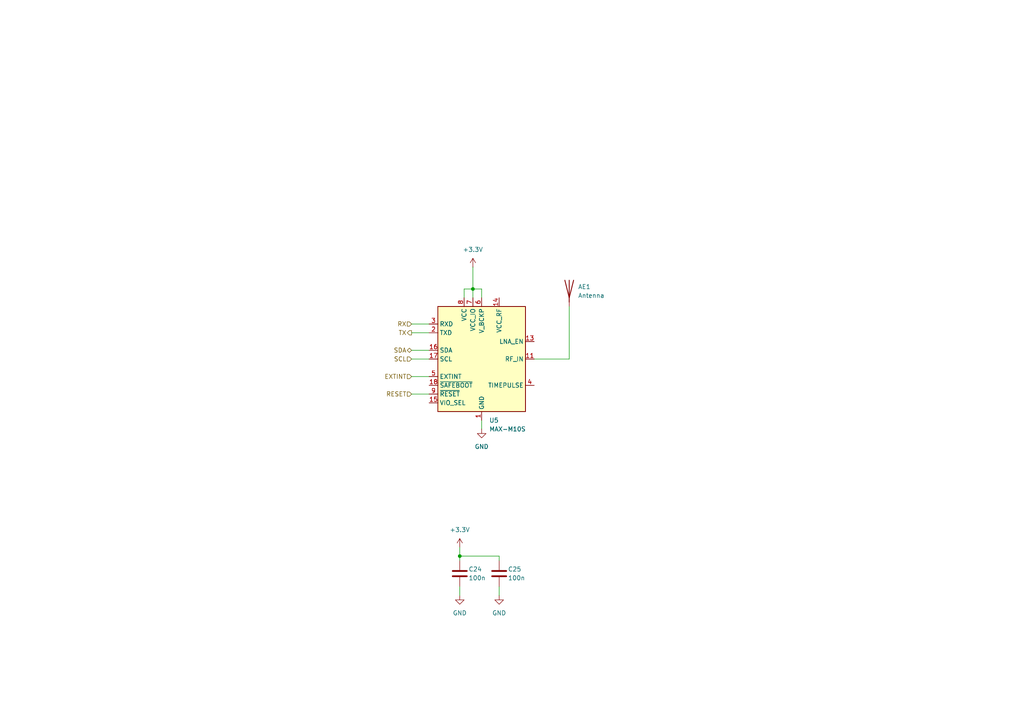
<source format=kicad_sch>
(kicad_sch (version 20231120) (generator "eeschema") (generator_version "8.0")
  (paper "A4")
  (lib_symbols
    (symbol "Device:Antenna" (pin_numbers hide) (pin_names (offset 1.016) hide)
      (property "Reference" "AE" (at -1.905 1.905 0))
      (property "Value" "Antenna" (at -1.905 0 0))
      (symbol "Antenna_0_1"
        (polyline (pts (xy 0 2.54) (xy 0 -3.81)) (stroke (width 0.254)))
        (polyline (pts (xy 1.27 2.54) (xy 0 -2.54) (xy -1.27 2.54)) (stroke (width 0.254)))
      )
      (symbol "Antenna_1_1"
        (pin input line (at 0 -5.08 90) (length 2.54) (name "A") (number "1"))
      )
    )
    (symbol "Device:C" (pin_numbers hide) (pin_names (offset 0.254))
      (property "Reference" "C" (at 0.635 2.54 0))
      (property "Value" "C" (at 0.635 -2.54 0))
      (symbol "C_0_1"
        (polyline (pts (xy -2.032 -0.762) (xy 2.032 -0.762)) (stroke (width 0.508)))
        (polyline (pts (xy -2.032 0.762) (xy 2.032 0.762)) (stroke (width 0.508)))
      )
      (symbol "C_1_1"
        (pin passive line (at 0 3.81 270) (length 2.794) (name "~") (number "1"))
        (pin passive line (at 0 -3.81 90) (length 2.794) (name "~") (number "2"))
      )
    )
    (symbol "RF_GPS:MAX-M10S"
      (property "Reference" "U" (at -10.16 16.51 0))
      (property "Value" "MAX-M10S" (at 11.43 16.51 0))
      (symbol "MAX-M10S_0_1"
        (rectangle (start 12.7 15.24) (end -12.7 -15.24) (stroke (width 0.254)) (fill (type background)))
      )
      (symbol "MAX-M10S_1_1"
        (pin power_in line (at 0 -17.78 90) (length 2.54) (name "GND") (number "1"))
        (pin passive line (at 0 -17.78 90) (length 2.54) hide (name "GND") (number "10"))
        (pin input line (at 15.24 0 180) (length 2.54) (name "RF_IN") (number "11"))
        (pin passive line (at 0 -17.78 90) (length 2.54) hide (name "GND") (number "12"))
        (pin output line (at 15.24 5.08 180) (length 2.54) (name "LNA_EN") (number "13"))
        (pin power_out line (at 5.08 17.78 270) (length 2.54) (name "VCC_RF") (number "14"))
        (pin input line (at -15.24 -12.7 0) (length 2.54) (name "VIO_SEL") (number "15"))
        (pin bidirectional line (at -15.24 2.54 0) (length 2.54) (name "SDA") (number "16"))
        (pin input line (at -15.24 0 0) (length 2.54) (name "SCL") (number "17"))
        (pin input line (at -15.24 -7.62 0) (length 2.54) (name "~{SAFEBOOT}") (number "18"))
        (pin output line (at -15.24 7.62 0) (length 2.54) (name "TXD") (number "2"))
        (pin input line (at -15.24 10.16 0) (length 2.54) (name "RXD") (number "3"))
        (pin output line (at 15.24 -7.62 180) (length 2.54) (name "TIMEPULSE") (number "4"))
        (pin input line (at -15.24 -5.08 0) (length 2.54) (name "EXTINT") (number "5"))
        (pin power_in line (at 0 17.78 270) (length 2.54) (name "V_BCKP") (number "6"))
        (pin power_in line (at -2.54 17.78 270) (length 2.54) (name "VCC_IO") (number "7"))
        (pin power_in line (at -5.08 17.78 270) (length 2.54) (name "VCC") (number "8"))
        (pin input line (at -15.24 -10.16 0) (length 2.54) (name "~{RESET}") (number "9"))
      )
    )
    (symbol "power:+3.3V" (power) (pin_numbers hide) (pin_names (offset 0) hide)
      (property "Value" "+3.3V" (at 0 3.556 0))
      (symbol "+3.3V_0_1"
        (polyline (pts (xy -0.762 1.27) (xy 0 2.54)))
        (polyline (pts (xy 0 0) (xy 0 2.54)))
        (polyline (pts (xy 0 2.54) (xy 0.762 1.27)))
      )
      (symbol "+3.3V_1_1"
        (pin power_in line (at 0 0 90) (length 0) (name "~") (number "1"))
      )
    )
    (symbol "power:GND" (power) (pin_numbers hide) (pin_names (offset 0) hide)
      (property "Value" "GND" (at 0 -3.81 0))
      (symbol "GND_0_1"
        (polyline (pts (xy 0 0) (xy 0 -1.27) (xy 1.27 -1.27) (xy 0 -2.54) (xy -1.27 -1.27) (xy 0 -1.27)))
      )
      (symbol "GND_1_1"
        (pin power_in line (at 0 0 270) (length 0) (name "~") (number "1"))
      )
    )
  )
  (junction (at 137.16 83.82))
  (junction (at 133.35 161.29))
  (wire (pts (xy 137.16 83.82) (xy 134.62 83.82)))
  (wire (pts (xy 154.94 104.14) (xy 165.1 104.14)))
  (wire (pts (xy 133.35 158.75) (xy 133.35 161.29)))
  (wire (pts (xy 139.7 121.92) (xy 139.7 124.46)))
  (wire (pts (xy 119.38 96.52) (xy 124.46 96.52)))
  (wire (pts (xy 144.78 162.56) (xy 144.78 161.29)))
  (wire (pts (xy 133.35 161.29) (xy 144.78 161.29)))
  (wire (pts (xy 133.35 170.18) (xy 133.35 172.72)))
  (wire (pts (xy 119.38 101.6) (xy 124.46 101.6)))
  (wire (pts (xy 133.35 161.29) (xy 133.35 162.56)))
  (wire (pts (xy 139.7 83.82) (xy 137.16 83.82)))
  (wire (pts (xy 144.78 170.18) (xy 144.78 172.72)))
  (wire (pts (xy 119.38 109.22) (xy 124.46 109.22)))
  (wire (pts (xy 139.7 86.36) (xy 139.7 83.82)))
  (wire (pts (xy 119.38 114.3) (xy 124.46 114.3)))
  (wire (pts (xy 119.38 104.14) (xy 124.46 104.14)))
  (wire (pts (xy 137.16 77.47) (xy 137.16 83.82)))
  (wire (pts (xy 165.1 104.14) (xy 165.1 88.9)))
  (wire (pts (xy 134.62 86.36) (xy 134.62 83.82)))
  (wire (pts (xy 137.16 86.36) (xy 137.16 83.82)))
  (wire (pts (xy 119.38 93.98) (xy 124.46 93.98)))
  (hierarchical_label "RESET" (shape input) (at 119.38 114.3 180))
  (hierarchical_label "EXTINT" (shape input) (at 119.38 109.22 180))
  (hierarchical_label "SCL" (shape input) (at 119.38 104.14 180))
  (hierarchical_label "RX" (shape input) (at 119.38 93.98 180))
  (hierarchical_label "SDA" (shape bidirectional) (at 119.38 101.6 180))
  (hierarchical_label "TX" (shape output) (at 119.38 96.52 180))
  (symbol (lib_id "power:GND") (at 144.78 172.72 0) (unit 1)
    (property "Reference" "#PWR013" (effects (hide yes)))
    (property "Value" "GND" (at 144.78 177.8 0))
    (property "Description" "Power symbol creates a global label with name \"GND\" , ground" (effects (hide yes)))
  )
  (symbol (lib_id "power:+3.3V") (at 137.16 77.47 0) (unit 1)
    (property "Reference" "#PWR039" (effects (hide yes)))
    (property "Value" "+3.3V" (at 137.16 72.39 0))
    (property "Description" "Power symbol creates a global label with name \"+3.3V\"" (effects (hide yes)))
  )
  (symbol (lib_id "power:GND") (at 133.35 172.72 0) (unit 1)
    (property "Reference" "#PWR012" (effects (hide yes)))
    (property "Value" "GND" (at 133.35 177.8 0))
    (property "Description" "Power symbol creates a global label with name \"GND\" , ground" (effects (hide yes)))
  )
  (symbol (lib_id "Device:Antenna") (at 165.1 83.82 0) (unit 1)
    (property "Reference" "AE1" (at 167.64 83.1849 0) (effects (justify left)))
    (property "Value" "Antenna" (at 167.64 85.7249 0) (effects (justify left)))
    (property "Footprint" "Library:RECE20369001E01" (effects (hide yes)))
    (property "Description" "Antenna" (effects (hide yes)))
  )
  (symbol (lib_id "RF_GPS:MAX-M10S") (at 139.7 104.14 0) (unit 1)
    (property "Reference" "U5" (at 141.8941 121.92 0) (effects (justify left)))
    (property "Value" "MAX-M10S" (at 141.8941 124.46 0) (effects (justify left)))
    (property "Footprint" "RF_GPS:ublox_MAX" (effects (hide yes)))
    (property "Datasheet" "https://content.u-blox.com/sites/default/files/MAX-M10S_DataSheet_UBX-20035208.pdf" (effects (hide yes)))
    (property "Description" "GNSS Module MAX M10, VCC 1.65V to 3.6V" (effects (hide yes)))
  )
  (symbol (lib_id "Device:C") (at 133.35 166.37 0) (unit 1)
    (property "Reference" "C24" (at 135.89 165.1 0) (effects (justify left)))
    (property "Value" "100n" (at 135.89 167.64 0) (effects (justify left)))
    (property "Footprint" "Capacitor_SMD:C_0603_1608Metric_Pad1.08x0.95mm_HandSolder" (effects (hide yes)))
    (property "Description" "Unpolarized capacitor" (effects (hide yes)))
  )
  (symbol (lib_id "Device:C") (at 144.78 166.37 0) (unit 1)
    (property "Reference" "C25" (at 147.32 165.1 0) (effects (justify left)))
    (property "Value" "100n" (at 147.32 167.64 0) (effects (justify left)))
    (property "Footprint" "Capacitor_SMD:C_0603_1608Metric_Pad1.08x0.95mm_HandSolder" (effects (hide yes)))
    (property "Description" "Unpolarized capacitor" (effects (hide yes)))
  )
  (symbol (lib_id "power:+3.3V") (at 133.35 158.75 0) (unit 1)
    (property "Reference" "#PWR011" (effects (hide yes)))
    (property "Value" "+3.3V" (at 133.35 153.67 0))
    (property "Description" "Power symbol creates a global label with name \"+3.3V\"" (effects (hide yes)))
  )
  (symbol (lib_id "power:GND") (at 139.7 124.46 0) (unit 1)
    (property "Reference" "#PWR010" (effects (hide yes)))
    (property "Value" "GND" (at 139.7 129.54 0))
    (property "Description" "Power symbol creates a global label with name \"GND\" , ground" (effects (hide yes)))
  )
)
</source>
